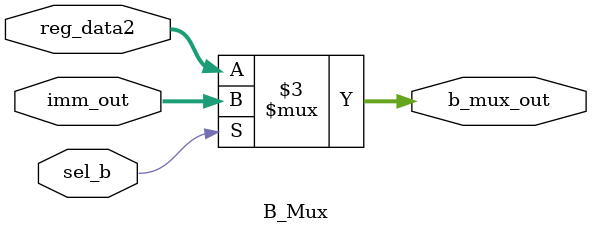
<source format=sv>
module B_Mux (reg_data2, imm_out, sel_b, b_mux_out);
input logic [31:0] reg_data2;
input logic [31:0] imm_out;
input logic sel_b;
output  logic [31:0] b_mux_out;
always_comb
begin
        if ( sel_b ) begin
        b_mux_out = imm_out;
        end
        else begin
        b_mux_out = reg_data2;
        end
end
endmodule
</source>
